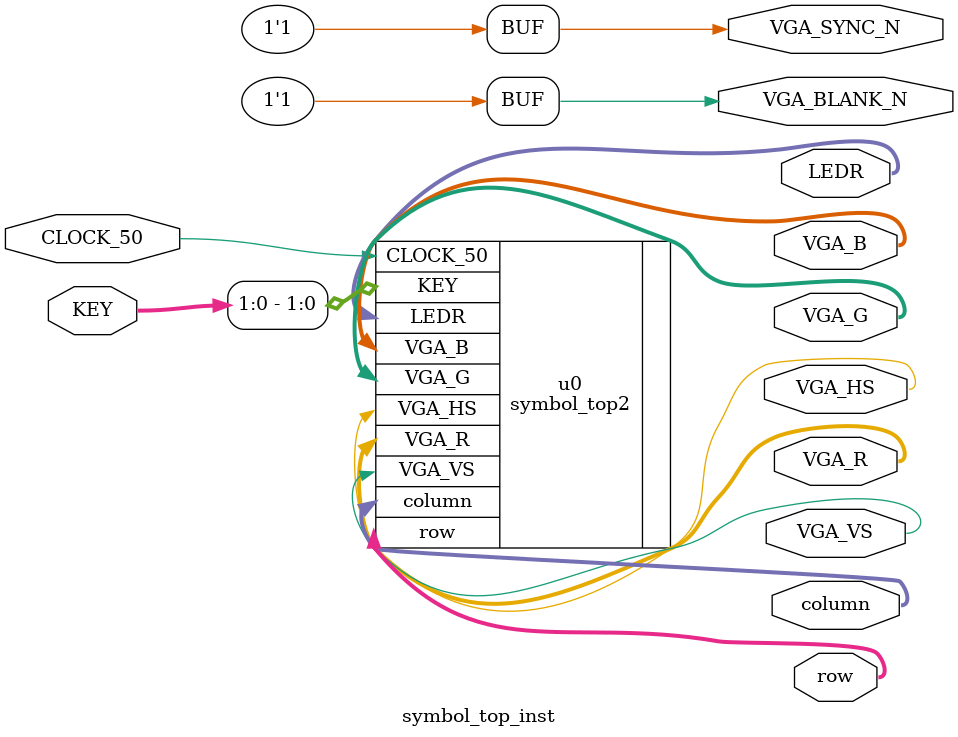
<source format=v>



module symbol_top_inst
(
//	wr_en,
	CLOCK_50,
//	data_in,
	KEY,
	VGA_HS,
	VGA_VS,
	column,
//	freeslots,
	row,
	VGA_B,
	VGA_G,
	VGA_R,
	VGA_SYNC_N,
	VGA_BLANK_N,
	LEDR
);

//input wire	wr_en;
input wire	CLOCK_50;
//input wire	[31:0] data_in;
input wire [3:0] KEY;
output wire	VGA_HS;
output wire	VGA_VS;
output wire	[9:0] column;
//output wire	[3:0] freeslots;
output wire	[8:0] row;
output wire	[7:0] VGA_B;
output wire	[7:0] VGA_G;
output wire	[7:0] VGA_R;
output wire [17:0] LEDR;

output wire VGA_SYNC_N, VGA_BLANK_N;

assign VGA_SYNC_N = 1'b1;
assign VGA_BLANK_N = 1'b1;

symbol_top2 u0(	// input [0:0] KEY_sig
//	.data_in(data_in) ,	// input [31:0] data_in_sig
	.KEY(KEY[1:0]) ,
//	.wr_en(wr_en) ,	// input  wr_en_sig
	.CLOCK_50(CLOCK_50) ,	// input  CLOCK_50_sig
	.row(row) ,	// output [8:0] row_sig
	.column(column) ,	// output [9:0] column_sig
	.VGA_R(VGA_R) ,	// output [7:0] VGA_R_sig
	.VGA_G(VGA_G) ,	// output [7:0] VGA_G_sig
	.VGA_B(VGA_B) ,	// output [7:0] VGA_B_sig
	.VGA_HS(VGA_HS) ,	// output  VGA_HS_sig
	.VGA_VS(VGA_VS) ,	// output  VGA_VS_sig
//	.freeslots(freeslots) 	// output [3:0] freeslots_sig
	.LEDR(LEDR)
	);

endmodule


</source>
